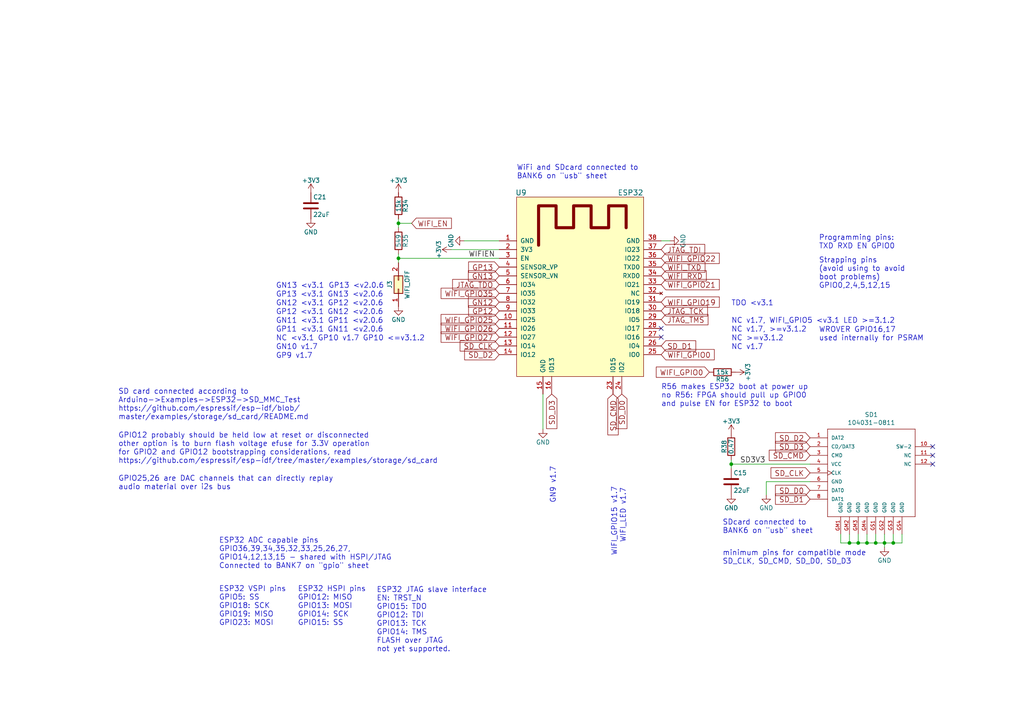
<source format=kicad_sch>
(kicad_sch (version 20211123) (generator eeschema)
  (paper "A4")
  (title_block (title "ULX3S") (date "2023-01-19") (rev "3.1.8") (company "EMARD") (comment 1 "WIFI module ESP32"))
  (lib_symbols
    (symbol "Connector_Generic:Conn_02x01" (pin_names (offset 1.016) hide)
      (property "Reference" "J" (at 1.27 2.54 0))
      (property "Value" "Conn_02x01" (at 1.27 -2.54 0))
      (symbol "Conn_02x01_1_1"
        (rectangle (start -1.27 0.127) (end 0 -0.127) (stroke (width 0.1524)))
        (rectangle (start -1.27 1.27) (end 3.81 -1.27) (stroke (width 0.254)) (fill (type background)))
        (rectangle (start 3.81 0.127) (end 2.54 -0.127) (stroke (width 0.1524)))
        (pin passive line (at -5.08 0 0) (length 3.81) (name "Pin_1") (number "1"))
        (pin passive line (at 7.62 0 180) (length 3.81) (name "Pin_2") (number "2"))
      )
    )
    (symbol "Device:C" (pin_numbers hide) (pin_names (offset 0.254))
      (property "Reference" "C" (at 0.635 2.54 0))
      (property "Value" "C" (at 0.635 -2.54 0))
      (symbol "C_0_1"
        (polyline (pts (xy -2.032 -0.762) (xy 2.032 -0.762)) (stroke (width 0.508)))
        (polyline (pts (xy -2.032 0.762) (xy 2.032 0.762)) (stroke (width 0.508)))
      )
      (symbol "C_1_1"
        (pin passive line (at 0 3.81 270) (length 2.794) (name "~") (number "1"))
        (pin passive line (at 0 -3.81 90) (length 2.794) (name "~") (number "2"))
      )
    )
    (symbol "Device:R" (pin_numbers hide) (pin_names (offset 0))
      (property "Reference" "R" (at 2.032 0 90))
      (property "Value" "R" (at 0 0 90))
      (symbol "R_0_1"
        (rectangle (start -1.016 -2.54) (end 1.016 2.54) (stroke (width 0.254)))
      )
      (symbol "R_1_1"
        (pin passive line (at 0 3.81 270) (length 1.27) (name "~") (number "1"))
        (pin passive line (at 0 -3.81 90) (length 1.27) (name "~") (number "2"))
      )
    )
    (symbol "esp32:ESP32-WROOM-WROVER" (pin_names (offset 1.016))
      (property "Reference" "U" (at -17.78 31.75 0))
      (property "Value" "ESP32-WROOM-WROVER" (at 8.89 31.75 0))
      (symbol "ESP32-WROOM-WROVER_0_1"
        (rectangle (start -19.05 30.48) (end 17.78 -21.59) (fill (type background)))
        (polyline (pts (xy -12.7 16.51) (xy -12.7 27.94) (xy -7.62 27.94) (xy -7.62 21.59) (xy -2.54 21.59) (xy -2.54 27.94) (xy 2.54 27.94) (xy 2.54 21.59) (xy 7.62 21.59) (xy 7.62 27.94) (xy 12.7 27.94) (xy 12.7 21.59)) (stroke (width 0.889)))
      )
      (symbol "ESP32-WROOM-WROVER_1_1"
        (pin power_out line (at -24.13 17.78 0) (length 5.08) (name "GND") (number "1"))
        (pin bidirectional line (at -24.13 -5.08 0) (length 5.08) (name "IO25") (number "10"))
        (pin bidirectional line (at -24.13 -7.62 0) (length 5.08) (name "IO26") (number "11"))
        (pin bidirectional line (at -24.13 -10.16 0) (length 5.08) (name "IO27") (number "12"))
        (pin bidirectional line (at -24.13 -12.7 0) (length 5.08) (name "IO14") (number "13"))
        (pin bidirectional line (at -24.13 -15.24 0) (length 5.08) (name "IO12") (number "14"))
        (pin power_in line (at -11.43 -26.67 90) (length 5.08) (name "GND") (number "15"))
        (pin bidirectional line (at -8.89 -26.67 90) (length 5.08) (name "IO13") (number "16"))
        (pin power_in line (at -24.13 15.24 0) (length 5.08) (name "3V3") (number "2"))
        (pin bidirectional line (at 8.89 -26.67 90) (length 5.08) (name "IO15") (number "23"))
        (pin bidirectional line (at 11.43 -26.67 90) (length 5.08) (name "IO2") (number "24"))
        (pin bidirectional line (at 22.86 -15.24 180) (length 5.08) (name "IO0") (number "25"))
        (pin input line (at 22.86 -12.7 180) (length 5.08) (name "IO4") (number "26"))
        (pin bidirectional line (at 22.86 -10.16 180) (length 5.08) (name "IO16") (number "27"))
        (pin bidirectional line (at 22.86 -7.62 180) (length 5.08) (name "IO17") (number "28"))
        (pin bidirectional line (at 22.86 -5.08 180) (length 5.08) (name "IO5") (number "29"))
        (pin input line (at -24.13 12.7 0) (length 5.08) (name "EN") (number "3"))
        (pin input line (at 22.86 -2.54 180) (length 5.08) (name "IO18") (number "30"))
        (pin bidirectional line (at 22.86 0 180) (length 5.08) (name "IO19") (number "31"))
        (pin no_connect line (at 22.86 2.54 180) (length 5.08) (name "NC") (number "32"))
        (pin bidirectional line (at 22.86 5.08 180) (length 5.08) (name "IO21") (number "33"))
        (pin bidirectional line (at 22.86 7.62 180) (length 5.08) (name "RXD0") (number "34"))
        (pin bidirectional line (at 22.86 10.16 180) (length 5.08) (name "TXD0") (number "35"))
        (pin bidirectional line (at 22.86 12.7 180) (length 5.08) (name "IO22") (number "36"))
        (pin bidirectional line (at 22.86 15.24 180) (length 5.08) (name "IO23") (number "37"))
        (pin power_in line (at 22.86 17.78 180) (length 5.08) (name "GND") (number "38"))
        (pin input line (at -24.13 10.16 0) (length 5.08) (name "SENSOR_VP") (number "4"))
        (pin input line (at -24.13 7.62 0) (length 5.08) (name "SENSOR_VN") (number "5"))
        (pin bidirectional line (at -24.13 5.08 0) (length 5.08) (name "IO34") (number "6"))
        (pin bidirectional line (at -24.13 2.54 0) (length 5.08) (name "IO35") (number "7"))
        (pin bidirectional line (at -24.13 0 0) (length 5.08) (name "IO32") (number "8"))
        (pin bidirectional line (at -24.13 -2.54 0) (length 5.08) (name "IO33") (number "9"))
      )
    )
    (symbol "micro_sd_slide:104031-0811" (pin_names (offset 1.016))
      (property "Reference" "J" (at -12.7 13.462 0))
      (property "Value" "104031-0811" (at -7.62 13.97 0))
      (symbol "104031-0811_0_0"
        (polyline (pts (xy -12.7 -12.7) (xy -12.7 12.7)) (stroke (width 0.1524)))
        (polyline (pts (xy -12.7 12.7) (xy 12.7 12.7)) (stroke (width 0.1524)))
        (polyline (pts (xy 12.7 -12.7) (xy -12.7 -12.7)) (stroke (width 0.1524)))
        (polyline (pts (xy 12.7 12.7) (xy 12.7 -12.7)) (stroke (width 0.1524)))
        (pin bidirectional line (at -17.78 10.16 0) (length 5.08) (name "DAT2") (number "1"))
        (pin passive line (at 17.78 7.62 180) (length 5.08) (name "SW-2") (number "10"))
        (pin passive line (at 17.78 5.08 180) (length 5.08) (name "NC") (number "11"))
        (pin passive line (at 17.78 2.54 180) (length 5.08) (name "NC") (number "12"))
        (pin bidirectional line (at -17.78 7.62 0) (length 5.08) (name "CD/DAT3") (number "2"))
        (pin bidirectional line (at -17.78 5.08 0) (length 5.08) (name "CMD") (number "3"))
        (pin power_in line (at -17.78 2.54 0) (length 5.08) (name "VCC") (number "4"))
        (pin input clock (at -17.78 0 0) (length 5.08) (name "CLK") (number "5"))
        (pin power_in line (at -17.78 -2.54 0) (length 5.08) (name "GND") (number "6"))
        (pin bidirectional line (at -17.78 -5.08 0) (length 5.08) (name "DAT0") (number "7"))
        (pin bidirectional line (at -17.78 -7.62 0) (length 5.08) (name "DAT1") (number "8"))
        (pin power_in line (at -8.89 -17.78 90) (length 5.08) (name "GND") (number "GM1"))
        (pin power_in line (at -6.35 -17.78 90) (length 5.08) (name "GND") (number "GM2"))
        (pin power_in line (at -3.81 -17.78 90) (length 5.08) (name "GND") (number "GM3"))
        (pin power_in line (at -1.27 -17.78 90) (length 5.08) (name "GND") (number "GM4"))
        (pin power_in line (at 1.27 -17.78 90) (length 5.08) (name "GND") (number "GS1"))
        (pin power_in line (at 3.81 -17.78 90) (length 5.08) (name "GND") (number "GS2"))
        (pin power_in line (at 6.35 -17.78 90) (length 5.08) (name "GND") (number "GS3"))
        (pin power_in line (at 8.89 -17.78 90) (length 5.08) (name "GND") (number "GS4"))
      )
    )
    (symbol "power:+3V3" (power) (pin_names (offset 0))
      (property "Value" "+3V3" (at 0 3.556 0))
      (symbol "+3V3_0_1"
        (polyline (pts (xy -0.762 1.27) (xy 0 2.54)))
        (polyline (pts (xy 0 0) (xy 0 2.54)))
        (polyline (pts (xy 0 2.54) (xy 0.762 1.27)))
      )
      (symbol "+3V3_1_1"
        (pin power_in line (at 0 0 90) (length 0) hide (name "+3V3") (number "1"))
      )
    )
    (symbol "power:GND" (power) (pin_names (offset 0))
      (property "Value" "GND" (at 0 -3.81 0))
      (symbol "GND_0_1"
        (polyline (pts (xy 0 0) (xy 0 -1.27) (xy 1.27 -1.27) (xy 0 -2.54) (xy -1.27 -1.27) (xy 0 -1.27)))
      )
      (symbol "GND_1_1"
        (pin power_in line (at 0 0 270) (length 0) hide (name "GND") (number "1"))
      )
    )
  )
  (junction (at 251.46 157.48))
  (junction (at 254 157.48))
  (junction (at 256.54 157.48))
  (junction (at 115.57 64.77))
  (junction (at 115.57 74.93))
  (junction (at 259.08 157.48))
  (junction (at 246.38 157.48))
  (junction (at 248.92 157.48))
  (junction (at 212.09 134.62))
  (no_connect (at 191.77 95.25))
  (no_connect (at 191.77 97.79))
  (no_connect (at 270.51 134.62))
  (no_connect (at 270.51 132.08))
  (no_connect (at 270.51 129.54))
  (wire (pts (xy 212.09 134.62) (xy 234.95 134.62)))
  (wire (pts (xy 254 154.94) (xy 254 157.48)))
  (wire (pts (xy 256.54 154.94) (xy 256.54 157.48)))
  (wire (pts (xy 246.38 157.48) (xy 248.92 157.48)))
  (wire (pts (xy 115.57 63.5) (xy 115.57 64.77)))
  (wire (pts (xy 157.48 114.3) (xy 157.48 124.46)))
  (wire (pts (xy 259.08 157.48) (xy 256.54 157.48)))
  (wire (pts (xy 243.84 157.48) (xy 246.38 157.48)))
  (wire (pts (xy 115.57 74.93) (xy 144.78 74.93)))
  (wire (pts (xy 222.25 139.7) (xy 222.25 143.51)))
  (wire (pts (xy 134.62 69.85) (xy 144.78 69.85)))
  (wire (pts (xy 212.09 133.35) (xy 212.09 134.62)))
  (wire (pts (xy 259.08 157.48) (xy 261.62 157.48)))
  (wire (pts (xy 115.57 74.93) (xy 115.57 76.2)))
  (wire (pts (xy 256.54 157.48) (xy 256.54 158.75)))
  (wire (pts (xy 246.38 154.94) (xy 246.38 157.48)))
  (wire (pts (xy 254 157.48) (xy 256.54 157.48)))
  (wire (pts (xy 115.57 64.77) (xy 115.57 66.04)))
  (wire (pts (xy 261.62 157.48) (xy 261.62 154.94)))
  (wire (pts (xy 130.81 72.39) (xy 144.78 72.39)))
  (wire (pts (xy 259.08 154.94) (xy 259.08 157.48)))
  (wire (pts (xy 248.92 154.94) (xy 248.92 157.48)))
  (wire (pts (xy 222.25 139.7) (xy 234.95 139.7)))
  (wire (pts (xy 212.09 134.62) (xy 212.09 135.89)))
  (wire (pts (xy 115.57 73.66) (xy 115.57 74.93)))
  (wire (pts (xy 251.46 157.48) (xy 254 157.48)))
  (wire (pts (xy 191.77 69.85) (xy 194.31 69.85)))
  (wire (pts (xy 115.57 64.77) (xy 119.38 64.77)))
  (wire (pts (xy 248.92 157.48) (xy 251.46 157.48)))
  (wire (pts (xy 251.46 154.94) (xy 251.46 157.48)))
  (wire (pts (xy 243.84 154.94) (xy 243.84 157.48)))
  (text "WIFI_GPIO15 v1.7" (at 179.07 161.29 90) (effects (font (size 1.524 1.524)) (justify left bottom)))
  (text "WiFi and SDcard connected to\nBANK6 on \"usb\" sheet" (at 149.86 52.07 0) (effects (font (size 1.524 1.524)) (justify left bottom)))
  (text "ESP32 ADC capable pins\nGPIO36,39,34,35,32,33,25,26,27,\nGPIO14,12,13,15 - shared with HSPI/JTAG\nConnected to BANK7 on \"gpio\" sheet" (at 63.5 165.1 0) (effects (font (size 1.524 1.524)) (justify left bottom)))
  (text "TDO <v3.1" (at 212.09 88.9 0) (effects (font (size 1.524 1.524)) (justify left bottom)))
  (text "GN10 v1.7" (at 80.01 101.6 0) (effects (font (size 1.524 1.524)) (justify left bottom)))
  (text "GP9 v1.7" (at 80.01 104.14 0) (effects (font (size 1.524 1.524)) (justify left bottom)))
  (text "GN9 v1.7" (at 161.29 146.05 90) (effects (font (size 1.524 1.524)) (justify left bottom)))
  (text "ESP32 HSPI pins\nGPIO12: MISO\nGPIO13: MOSI\nGPIO14: SCK\nGPIO15: SS" (at 86.36 181.61 0) (effects (font (size 1.524 1.524)) (justify left bottom)))
  (text "GN11 <v3.1 GP11 <v2.0.6" (at 80.01 93.98 0) (effects (font (size 1.524 1.524)) (justify left bottom)))
  (text "Strapping pins\n(avoid using to avoid\nboot problems)\nGPIO0,2,4,5,12,15" (at 237.49 83.82 0) (effects (font (size 1.524 1.524)) (justify left bottom)))
  (text "SDcard connected to\nBANK6 on \"usb\" sheet" (at 209.55 154.94 0) (effects (font (size 1.524 1.524)) (justify left bottom)))
  (text "NC >=v3.1.2" (at 212.09 99.06 0) (effects (font (size 1.524 1.524)) (justify left bottom)))
  (text "NC v1.7, WIFI_GPIO5 <v3.1 LED >=3.1.2" (at 212.09 93.98 0) (effects (font (size 1.524 1.524)) (justify left bottom)))
  (text "GP13 <v3.1 GN13 <v2.0.6" (at 80.01 86.36 0) (effects (font (size 1.524 1.524)) (justify left bottom)))
  (text "Programming pins:\nTXD RXD EN GPIO0" (at 237.49 72.39 0) (effects (font (size 1.524 1.524)) (justify left bottom)))
  (text "NC v1.7, >=v3.1.2" (at 212.09 96.52 0) (effects (font (size 1.524 1.524)) (justify left bottom)))
  (text "SD card connected according to\nArduino->Examples->ESP32->SD_MMC_Test\nhttps://github.com/espressif/esp-idf/blob/\nmaster/examples/storage/sd_card/README.md\n" (at 34.29 121.92 0) (effects (font (size 1.524 1.524)) (justify left bottom)))
  (text "GPIO25,26 are DAC channels that can directly replay\naudio material over i2s bus" (at 34.29 142.24 0) (effects (font (size 1.524 1.524)) (justify left bottom)))
  (text "GPIO12 probably should be held low at reset or disconnected\nother option is to burn flash voltage efuse for 3.3V operation\nfor GPIO2 and GPIO12 bootstrapping considerations, read\nhttps://github.com/espressif/esp-idf/tree/master/examples/storage/sd_card" (at 34.29 134.62 0) (effects (font (size 1.524 1.524)) (justify left bottom)))
  (text "GP11 <v3.1 GN11 <v2.0.6" (at 80.01 96.52 0) (effects (font (size 1.524 1.524)) (justify left bottom)))
  (text "R56 makes ESP32 boot at power up\nno R56: FPGA should pull up GPIO0\nand pulse EN for ESP32 to boot" (at 191.77 118.11 0) (effects (font (size 1.524 1.524)) (justify left bottom)))
  (text "GP13 <v2.0.6" (at 95.25 83.82 0) (effects (font (size 1.524 1.524)) (justify left bottom)))
  (text "GP12 <v3.1 GN12 <v2.0.6" (at 80.01 91.44 0) (effects (font (size 1.524 1.524)) (justify left bottom)))
  (text "WROVER GPIO16,17\nused internally for PSRAM" (at 237.49 99.06 0) (effects (font (size 1.524 1.524)) (justify left bottom)))
  (text "NC <v3.1 GP10 v1.7 GP10 <=v3.1.2" (at 80.01 99.06 0) (effects (font (size 1.524 1.524)) (justify left bottom)))
  (text "ESP32 JTAG slave interface\nEN: TRST_N\nGPIO15: TDO\nGPIO12: TDI\nGPIO13: TCK\nGPIO14: TMS\nFLASH over JTAG\nnot yet supported." (at 109.22 189.23 0) (effects (font (size 1.524 1.524)) (justify left bottom)))
  (text "GN12 <v3.1 GP12 <v2.0.6" (at 80.01 88.9 0) (effects (font (size 1.524 1.524)) (justify left bottom)))
  (text "minimum pins for compatible mode\nSD_CLK, SD_CMD, SD_D0, SD_D3" (at 209.55 163.83 0) (effects (font (size 1.524 1.524)) (justify left bottom)))
  (text "ESP32 VSPI pins\nGPIO5: SS\nGPIO18: SCK\nGPIO19: MISO\nGPIO23: MOSI" (at 63.5 181.61 0) (effects (font (size 1.524 1.524)) (justify left bottom)))
  (text "WIFI_LED v1.7" (at 181.61 157.48 90) (effects (font (size 1.524 1.524)) (justify left bottom)))
  (text "GN13 <v3.1" (at 80.01 83.82 0) (effects (font (size 1.524 1.524)) (justify left bottom)))
  (text "NC v1.7" (at 212.09 101.6 0) (effects (font (size 1.524 1.524)) (justify left bottom)))
  (label "SD3V3" (at 214.63 134.62 0) (effects (font (size 1.524 1.524))))
  (label "WIFIEN" (at 135.89 74.93 0) (effects (font (size 1.524 1.524))))
  (global_label "GP12" (shape input) (at 144.78 90.17 180) (effects (font (size 1.524 1.524))) (property "Intersheet References" "${INTERSHEET_REFS}" (effects hide)))
  (global_label "GP13" (shape input) (at 144.78 77.47 180) (effects (font (size 1.524 1.524))) (property "Intersheet References" "${INTERSHEET_REFS}" (effects hide)))
  (global_label "SD_CLK" (shape input) (at 234.95 137.16 180) (effects (font (size 1.524 1.524))) (property "Intersheet References" "${INTERSHEET_REFS}" (effects hide)))
  (global_label "GN12" (shape input) (at 144.78 87.63 180) (effects (font (size 1.524 1.524))) (property "Intersheet References" "${INTERSHEET_REFS}" (effects hide)))
  (global_label "WIFI_GPIO35" (shape input) (at 144.78 85.09 180) (effects (font (size 1.524 1.524))) (property "Intersheet References" "${INTERSHEET_REFS}" (effects hide)))
  (global_label "JTAG_TDO" (shape input) (at 144.78 82.55 180) (effects (font (size 1.524 1.524))) (property "Intersheet References" "${INTERSHEET_REFS}" (effects hide)))
  (global_label "WIFI_GPIO21" (shape input) (at 191.77 82.55 0) (effects (font (size 1.524 1.524))) (property "Intersheet References" "${INTERSHEET_REFS}" (effects hide)))
  (global_label "SD_D3" (shape input) (at 160.02 114.3 270) (effects (font (size 1.524 1.524))) (property "Intersheet References" "${INTERSHEET_REFS}" (effects hide)))
  (global_label "WIFI_TXD" (shape input) (at 191.77 77.47 0) (effects (font (size 1.524 1.524))) (property "Intersheet References" "${INTERSHEET_REFS}" (effects hide)))
  (global_label "JTAG_TCK" (shape input) (at 191.77 90.17 0) (effects (font (size 1.524 1.524))) (property "Intersheet References" "${INTERSHEET_REFS}" (effects hide)))
  (global_label "SD_D0" (shape input) (at 234.95 142.24 180) (effects (font (size 1.524 1.524))) (property "Intersheet References" "${INTERSHEET_REFS}" (effects hide)))
  (global_label "WIFI_RXD" (shape input) (at 191.77 80.01 0) (effects (font (size 1.524 1.524))) (property "Intersheet References" "${INTERSHEET_REFS}" (effects hide)))
  (global_label "WIFI_GPIO26" (shape input) (at 144.78 95.25 180) (effects (font (size 1.524 1.524))) (property "Intersheet References" "${INTERSHEET_REFS}" (effects hide)))
  (global_label "SD_CMD" (shape input) (at 177.8 114.3 270) (effects (font (size 1.524 1.524))) (property "Intersheet References" "${INTERSHEET_REFS}" (effects hide)))
  (global_label "WIFI_GPIO22" (shape input) (at 191.77 74.93 0) (effects (font (size 1.524 1.524))) (property "Intersheet References" "${INTERSHEET_REFS}" (effects hide)))
  (global_label "SD_D1" (shape input) (at 191.77 100.33 0) (effects (font (size 1.524 1.524))) (property "Intersheet References" "${INTERSHEET_REFS}" (effects hide)))
  (global_label "SD_D0" (shape input) (at 180.34 114.3 270) (effects (font (size 1.524 1.524))) (property "Intersheet References" "${INTERSHEET_REFS}" (effects hide)))
  (global_label "SD_D2" (shape input) (at 234.95 127 180) (effects (font (size 1.524 1.524))) (property "Intersheet References" "${INTERSHEET_REFS}" (effects hide)))
  (global_label "WIFI_EN" (shape input) (at 119.38 64.77 0) (effects (font (size 1.524 1.524))) (property "Intersheet References" "${INTERSHEET_REFS}" (effects hide)))
  (global_label "SD_CLK" (shape input) (at 144.78 100.33 180) (effects (font (size 1.524 1.524))) (property "Intersheet References" "${INTERSHEET_REFS}" (effects hide)))
  (global_label "WIFI_GPIO25" (shape input) (at 144.78 92.71 180) (effects (font (size 1.524 1.524))) (property "Intersheet References" "${INTERSHEET_REFS}" (effects hide)))
  (global_label "JTAG_TMS" (shape input) (at 191.77 92.71 0) (effects (font (size 1.524 1.524))) (property "Intersheet References" "${INTERSHEET_REFS}" (effects hide)))
  (global_label "WIFI_GPIO27" (shape input) (at 144.78 97.79 180) (effects (font (size 1.524 1.524))) (property "Intersheet References" "${INTERSHEET_REFS}" (effects hide)))
  (global_label "WIFI_GPIO0" (shape input) (at 191.77 102.87 0) (effects (font (size 1.524 1.524))) (property "Intersheet References" "${INTERSHEET_REFS}" (effects hide)))
  (global_label "GN13" (shape input) (at 144.78 80.01 180) (effects (font (size 1.524 1.524))) (property "Intersheet References" "${INTERSHEET_REFS}" (effects hide)))
  (global_label "SD_D2" (shape input) (at 144.78 102.87 180) (effects (font (size 1.524 1.524))) (property "Intersheet References" "${INTERSHEET_REFS}" (effects hide)))
  (global_label "SD_D3" (shape input) (at 234.95 129.54 180) (effects (font (size 1.524 1.524))) (property "Intersheet References" "${INTERSHEET_REFS}" (effects hide)))
  (global_label "SD_CMD" (shape input) (at 234.95 132.08 180) (effects (font (size 1.524 1.524))) (property "Intersheet References" "${INTERSHEET_REFS}" (effects hide)))
  (global_label "WIFI_GPIO0" (shape input) (at 205.74 107.95 180) (effects (font (size 1.524 1.524))) (property "Intersheet References" "${INTERSHEET_REFS}" (effects hide)))
  (global_label "JTAG_TDI" (shape input) (at 191.77 72.39 0) (effects (font (size 1.524 1.524))) (property "Intersheet References" "${INTERSHEET_REFS}" (effects hide)))
  (global_label "SD_D1" (shape input) (at 234.95 144.78 180) (effects (font (size 1.524 1.524))) (property "Intersheet References" "${INTERSHEET_REFS}" (effects hide)))
  (global_label "WIFI_GPIO19" (shape input) (at 191.77 87.63 0) (effects (font (size 1.524 1.524))) (property "Intersheet References" "${INTERSHEET_REFS}" (effects hide)))
  (symbol (lib_id "esp32:ESP32-WROOM-WROVER") (at 168.91 87.63 0) (unit 1)
    (property "Reference" "U9" (at 151.13 55.88 0) (effects (font (size 1.524 1.524))))
    (property "Value" "ESP32" (at 182.88 55.88 0) (effects (font (size 1.524 1.524))))
    (property "Footprint" "ESP32:ESP32" (effects hide))
    (property "Datasheet" "https://www.espressif.com/sites/default/files/documentation/esp32-wrover-e_esp32-wrover-ie_datasheet_en.pdf" (effects hide))
    (property "MNF1_URL" "espressif.com" (effects hide))
    (property "MPN" "ESP32-WROVER-E" (effects hide))
    (property "Mouser" "356-ESP32WRVE22864PC" (effects hide))
    (property "Mouse_r1" "356-ESPWROOM3216MB" (effects hide))
    (property "Mouse_r2" "356-ESP-WROOM-32 " (effects hide))
    (property "price100_Mouser" "3.32€" (effects hide))
    (property "Digikey" "1965-ESP32-WROVER-B(16MB)CT-ND" (effects hide))
    (property "Digike_y2" "1904-1010-1-ND" (effects hide))
    (property "LCSC" "C529589" (effects hide))
    (property "LCS_C2" "C529581" (effects hide))
    (property "LowCost" "Leave empty" (effects hide))
    (property "Koncar" "FU001" (effects hide))
  )
  (symbol (lib_id "power:GND") (at 134.62 69.85 270) (unit 1)
    (property "Reference" "#PWR0120" (effects hide))
    (property "Value" "GND" (at 130.81 69.85 0))
  )
  (symbol (lib_id "power:+3V3") (at 130.81 72.39 90) (unit 1)
    (property "Reference" "#PWR0119" (effects hide))
    (property "Value" "+3V3" (at 127.254 72.39 0))
  )
  (symbol (lib_id "power:+3V3") (at 115.57 55.88 0) (unit 1)
    (property "Reference" "#PWR0117" (effects hide))
    (property "Value" "+3V3" (at 115.57 52.324 0))
  )
  (symbol (lib_id "Device:R") (at 115.57 59.69 0) (unit 1)
    (property "Reference" "R34" (at 117.602 59.69 90))
    (property "Value" "15k" (at 115.57 59.69 90))
    (property "Footprint" "Resistor_SMD:R_0603_1608Metric" (effects hide))
  )
  (symbol (lib_id "power:GND") (at 115.57 88.9 0) (unit 1)
    (property "Reference" "#PWR0118" (effects hide))
    (property "Value" "GND" (at 115.57 92.71 0))
  )
  (symbol (lib_id "Connector_Generic:Conn_02x01") (at 115.57 83.82 90) (unit 1)
    (property "Reference" "J3" (at 113.03 82.55 0))
    (property "Value" "WIFI_OFF" (at 118.11 82.55 0))
    (property "Footprint" "Connector_PinHeader_2.54mm:PinHeader_1x02_P2.54mm_Vertical" (effects hide))
    (property "Note" "Leave empty" (effects hide))
    (property "Side" "T" (effects hide))
  )
  (symbol (lib_id "Device:R") (at 115.57 69.85 0) (unit 1)
    (property "Reference" "R35" (at 117.602 69.85 90))
    (property "Value" "549" (at 115.57 69.85 90))
    (property "Footprint" "Resistor_SMD:R_0603_1608Metric" (effects hide))
  )
  (symbol (lib_id "Device:C") (at 90.17 59.69 0) (unit 1)
    (property "Reference" "C21" (at 90.805 57.15 0) (effects (justify left)))
    (property "Value" "22uF" (at 90.805 62.23 0) (effects (justify left)))
    (property "Footprint" "Capacitor_SMD:C_0805_2012Metric" (effects hide))
    (property "MNF1_URL" "www.yageo.com" (effects hide))
    (property "MPN" "CC0805ZKY5V5BB226" (effects hide))
  )
  (symbol (lib_id "power:+3V3") (at 90.17 55.88 0) (unit 1)
    (property "Reference" "#PWR0115" (effects hide))
    (property "Value" "+3V3" (at 90.17 52.324 0))
  )
  (symbol (lib_id "power:GND") (at 90.17 63.5 0) (unit 1)
    (property "Reference" "#PWR0116" (effects hide))
    (property "Value" "GND" (at 90.17 67.31 0))
  )
  (symbol (lib_id "power:GND") (at 194.31 69.85 90) (unit 1)
    (property "Reference" "#PWR0123" (effects hide))
    (property "Value" "GND" (at 198.12 69.85 0))
  )
  (symbol (lib_id "power:GND") (at 157.48 124.46 0) (unit 1)
    (property "Reference" "#PWR0121" (effects hide))
    (property "Value" "GND" (at 157.48 128.27 0))
  )
  (symbol (lib_id "power:GND") (at 222.25 143.51 0) (unit 1)
    (property "Reference" "#PWR0146" (effects hide))
    (property "Value" "GND" (at 222.25 147.32 0))
  )
  (symbol (lib_id "power:+3V3") (at 212.09 125.73 0) (unit 1)
    (property "Reference" "#PWR0148" (effects hide))
    (property "Value" "+3V3" (at 212.09 122.174 0))
  )
  (symbol (lib_id "Device:R") (at 212.09 129.54 180) (unit 1)
    (property "Reference" "R38" (at 210.058 129.54 90))
    (property "Value" "0.47" (at 212.09 129.54 90))
    (property "Footprint" "Resistor_SMD:R_0603_1608Metric" (effects hide))
    (property "MFG1" "CTS" (effects hide))
    (property "MNF1_URL" "www.ctscorp.com" (effects hide))
    (property "MPN" "73L2R47J" (effects hide))
    (property "Mouser" "774-73L2R47J" (effects hide))
    (property "Digikey" "73L2R47JCT-ND" (effects hide))
    (property "Newark" "32K1357" (effects hide))
    (property "LCSC" "C158884" (effects hide))
    (property "Koncar" "FR001" (effects hide))
  )
  (symbol (lib_id "power:GND") (at 212.09 143.51 0) (unit 1)
    (property "Reference" "#PWR0149" (effects hide))
    (property "Value" "GND" (at 212.09 147.32 0))
  )
  (symbol (lib_id "Device:C") (at 212.09 139.7 0) (unit 1)
    (property "Reference" "C15" (at 212.725 137.16 0) (effects (justify left)))
    (property "Value" "22uF" (at 212.725 142.24 0) (effects (justify left)))
    (property "Footprint" "Capacitor_SMD:C_0805_2012Metric" (effects hide))
    (property "MNF1_URL" "www.yageo.com" (effects hide))
    (property "MPN" "CC0805ZKY5V5BB226 " (effects hide))
  )
  (symbol (lib_id "power:GND") (at 256.54 158.75 0) (unit 1)
    (property "Reference" "#PWR0150" (effects hide))
    (property "Value" "GND" (at 256.54 162.56 0))
  )
  (symbol (lib_id "micro_sd_slide:104031-0811") (at 252.73 137.16 0) (unit 1)
    (property "Reference" "SD1" (at 252.73 120.269 0))
    (property "Value" "104031-0811" (at 252.73 122.5804 0))
    (property "Footprint" "micro-sd-schd3a0100-104031-811:SCHD3A100-104031-0811" (effects hide))
    (property "Datasheet" "https://www.molex.com/pdm_docs/sd/1040310811_sd.pdf" (effects hide))
    (property "MPN" "104031-0811" (effects hide))
    (property "Mouser" "538-104031-0811" (effects hide))
    (property "Digikey" "WM6357CT-ND" (effects hide))
    (property "Newark" "41Y0636" (effects hide))
    (property "LCSC" "C585350" (effects hide))
  )
  (symbol (lib_id "power:+3V3") (at 213.36 107.95 270) (unit 1)
    (property "Reference" "#PWR043" (effects hide))
    (property "Value" "+3V3" (at 216.916 107.95 0))
  )
  (symbol (lib_id "Device:R") (at 209.55 107.95 270) (unit 1)
    (property "Reference" "R56" (at 209.55 109.982 90))
    (property "Value" "15k" (at 209.55 107.95 90))
    (property "Footprint" "Resistor_SMD:R_0603_1608Metric" (effects hide))
  )
)
</source>
